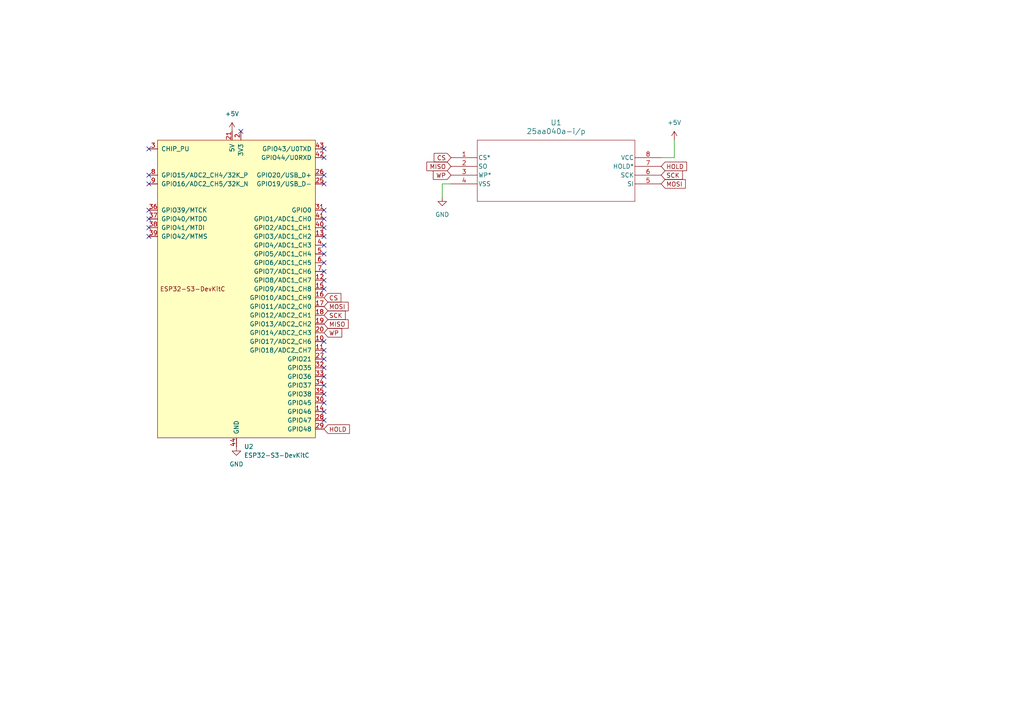
<source format=kicad_sch>
(kicad_sch (version 20231120) (generator "eeschema") (generator_version "8.0")
  (paper "A4")
  (title_block (title "25AA040A Reader") (date "2025-03-10") (rev "V1") (company "BYU-I"))
  (lib_symbols
    (symbol "2025-03-10_18-50-46:25aa040a-i_p" (pin_names (offset 0.254))
      (property "Reference" "U" (at 30.48 10.16 0))
      (property "Value" "25aa040a-i/p" (at 30.48 7.62 0))
      (symbol "25aa040a-i_p_0_1"
        (polyline (pts (xy 7.62 -12.7) (xy 53.34 -12.7)) (stroke (width 0.127)))
        (polyline (pts (xy 7.62 5.08) (xy 7.62 -12.7)) (stroke (width 0.127)))
        (polyline (pts (xy 53.34 -12.7) (xy 53.34 5.08)) (stroke (width 0.127)))
        (polyline (pts (xy 53.34 5.08) (xy 7.62 5.08)) (stroke (width 0.127)))
        (pin input line (at 0 0 0) (length 7.62) (name "CS*") (number "1"))
        (pin output line (at 0 -2.54 0) (length 7.62) (name "SO") (number "2"))
        (pin input line (at 0 -5.08 0) (length 7.62) (name "WP*") (number "3"))
        (pin power_in line (at 0 -7.62 0) (length 7.62) (name "VSS") (number "4"))
        (pin input line (at 60.96 -7.62 180) (length 7.62) (name "SI") (number "5"))
        (pin input line (at 60.96 -5.08 180) (length 7.62) (name "SCK") (number "6"))
        (pin input line (at 60.96 -2.54 180) (length 7.62) (name "HOLD*") (number "7"))
        (pin power_in line (at 60.96 0 180) (length 7.62) (name "VCC") (number "8"))
      )
    )
    (symbol "PCM_Espressif:ESP32-S3-DevKitC" (pin_names (offset 1.016))
      (property "Reference" "U" (at -22.86 48.26 0))
      (property "Value" "ESP32-S3-DevKitC" (at -22.86 45.72 0))
      (symbol "ESP32-S3-DevKitC_0_0"
        (text "ESP32-S3-DevKitC" (at -12.7 0 0) (effects (font (size 1.27 1.27))))
        (pin bidirectional line (at 25.4 -35.56 180) (length 2.54) (name "GPIO46") (number "14"))
        (pin bidirectional line (at 25.4 -10.16 180) (length 2.54) (name "GPIO13/ADC2_CH2") (number "19"))
        (pin bidirectional line (at -25.4 15.24 0) (length 2.54) (name "GPIO42/MTMS") (number "39"))
        (pin bidirectional line (at 25.4 17.78 180) (length 2.54) (name "GPIO2/ADC1_CH1") (number "40"))
        (pin bidirectional line (at 25.4 20.32 180) (length 2.54) (name "GPIO1/ADC1_CH0") (number "41"))
        (pin bidirectional line (at 25.4 38.1 180) (length 2.54) (name "GPIO44/U0RXD") (number "42"))
        (pin bidirectional line (at 25.4 40.64 180) (length 2.54) (name "GPIO43/U0TXD") (number "43"))
        (pin power_in line (at 0 -45.72 90) (length 2.54) (name "GND") (number "44"))
      )
      (symbol "ESP32-S3-DevKitC_0_1"
        (rectangle (start -22.86 43.18) (end 22.86 -43.18) (fill (type background)))
        (pin power_in line (at 1.27 45.72 270) (length 2.54) (name "3V3") (number "2"))
      )
      (symbol "ESP32-S3-DevKitC_1_1"
        (pin passive line (at 1.27 45.72 270) (length 2.54) hide (name "3V3") (number "1"))
        (pin bidirectional line (at 25.4 -15.24 180) (length 2.54) (name "GPIO17/ADC2_CH6") (number "10"))
        (pin bidirectional line (at 25.4 -17.78 180) (length 2.54) (name "GPIO18/ADC2_CH7") (number "11"))
        (pin bidirectional line (at 25.4 2.54 180) (length 2.54) (name "GPIO8/ADC1_CH7") (number "12"))
        (pin bidirectional line (at 25.4 15.24 180) (length 2.54) (name "GPIO3/ADC1_CH2") (number "13"))
        (pin bidirectional line (at 25.4 0 180) (length 2.54) (name "GPIO9/ADC1_CH8") (number "15"))
        (pin bidirectional line (at 25.4 -2.54 180) (length 2.54) (name "GPIO10/ADC1_CH9") (number "16"))
        (pin bidirectional line (at 25.4 -5.08 180) (length 2.54) (name "GPIO11/ADC2_CH0") (number "17"))
        (pin bidirectional line (at 25.4 -7.62 180) (length 2.54) (name "GPIO12/ADC2_CH1") (number "18"))
        (pin bidirectional line (at 25.4 -12.7 180) (length 2.54) (name "GPIO14/ADC2_CH3") (number "20"))
        (pin power_in line (at -1.27 45.72 270) (length 2.54) (name "5V") (number "21"))
        (pin passive line (at 0 -45.72 90) (length 2.54) hide (name "GND") (number "22"))
        (pin passive line (at 0 -45.72 90) (length 2.54) hide (name "GND") (number "23"))
        (pin passive line (at 0 -45.72 90) (length 2.54) hide (name "GND") (number "24"))
        (pin bidirectional line (at 25.4 30.48 180) (length 2.54) (name "GPIO19/USB_D-") (number "25"))
        (pin bidirectional line (at 25.4 33.02 180) (length 2.54) (name "GPIO20/USB_D+") (number "26"))
        (pin bidirectional line (at 25.4 -20.32 180) (length 2.54) (name "GPIO21") (number "27"))
        (pin bidirectional line (at 25.4 -38.1 180) (length 2.54) (name "GPIO47") (number "28"))
        (pin bidirectional line (at 25.4 -40.64 180) (length 2.54) (name "GPIO48") (number "29"))
        (pin input line (at -25.4 40.64 0) (length 2.54) (name "CHIP_PU") (number "3"))
        (pin bidirectional line (at 25.4 -33.02 180) (length 2.54) (name "GPIO45") (number "30"))
        (pin bidirectional line (at 25.4 22.86 180) (length 2.54) (name "GPIO0") (number "31"))
        (pin bidirectional line (at 25.4 -22.86 180) (length 2.54) (name "GPIO35") (number "32"))
        (pin bidirectional line (at 25.4 -25.4 180) (length 2.54) (name "GPIO36") (number "33"))
        (pin bidirectional line (at 25.4 -27.94 180) (length 2.54) (name "GPIO37") (number "34"))
        (pin bidirectional line (at 25.4 -30.48 180) (length 2.54) (name "GPIO38") (number "35"))
        (pin bidirectional line (at -25.4 22.86 0) (length 2.54) (name "GPIO39/MTCK") (number "36"))
        (pin bidirectional line (at -25.4 20.32 0) (length 2.54) (name "GPIO40/MTDO") (number "37"))
        (pin bidirectional line (at -25.4 17.78 0) (length 2.54) (name "GPIO41/MTDI") (number "38"))
        (pin bidirectional line (at 25.4 12.7 180) (length 2.54) (name "GPIO4/ADC1_CH3") (number "4"))
        (pin bidirectional line (at 25.4 10.16 180) (length 2.54) (name "GPIO5/ADC1_CH4") (number "5"))
        (pin bidirectional line (at 25.4 7.62 180) (length 2.54) (name "GPIO6/ADC1_CH5") (number "6"))
        (pin bidirectional line (at 25.4 5.08 180) (length 2.54) (name "GPIO7/ADC1_CH6") (number "7"))
        (pin bidirectional line (at -25.4 33.02 0) (length 2.54) (name "GPIO15/ADC2_CH4/32K_P") (number "8"))
        (pin bidirectional line (at -25.4 30.48 0) (length 2.54) (name "GPIO16/ADC2_CH5/32K_N") (number "9"))
      )
    )
    (symbol "power:+5V" (power) (pin_numbers hide) (pin_names (offset 0) hide)
      (property "Value" "+5V" (at 0 3.556 0))
      (symbol "+5V_0_1"
        (polyline (pts (xy -0.762 1.27) (xy 0 2.54)))
        (polyline (pts (xy 0 0) (xy 0 2.54)))
        (polyline (pts (xy 0 2.54) (xy 0.762 1.27)))
      )
      (symbol "+5V_1_1"
        (pin power_in line (at 0 0 90) (length 0) (name "~") (number "1"))
      )
    )
    (symbol "power:GND" (power) (pin_numbers hide) (pin_names (offset 0) hide)
      (property "Value" "GND" (at 0 -3.81 0))
      (symbol "GND_0_1"
        (polyline (pts (xy 0 0) (xy 0 -1.27) (xy 1.27 -1.27) (xy 0 -2.54) (xy -1.27 -1.27) (xy 0 -1.27)))
      )
      (symbol "GND_1_1"
        (pin power_in line (at 0 0 270) (length 0) (name "~") (number "1"))
      )
    )
  )
  (no_connect (at 93.98 71.12))
  (no_connect (at 93.98 45.72))
  (no_connect (at 93.98 76.2))
  (no_connect (at 93.98 78.74))
  (no_connect (at 43.18 50.8))
  (no_connect (at 43.18 66.04))
  (no_connect (at 93.98 50.8))
  (no_connect (at 93.98 119.38))
  (no_connect (at 93.98 111.76))
  (no_connect (at 93.98 66.04))
  (no_connect (at 93.98 68.58))
  (no_connect (at 93.98 106.68))
  (no_connect (at 93.98 114.3))
  (no_connect (at 43.18 68.58))
  (no_connect (at 93.98 73.66))
  (no_connect (at 93.98 101.6))
  (no_connect (at 93.98 121.92))
  (no_connect (at 43.18 60.96))
  (no_connect (at 93.98 81.28))
  (no_connect (at 93.98 83.82))
  (no_connect (at 93.98 63.5))
  (no_connect (at 43.18 63.5))
  (no_connect (at 93.98 43.18))
  (no_connect (at 93.98 60.96))
  (no_connect (at 93.98 99.06))
  (no_connect (at 43.18 43.18))
  (no_connect (at 69.85 38.1))
  (no_connect (at 93.98 53.34))
  (no_connect (at 93.98 116.84))
  (no_connect (at 43.18 53.34))
  (no_connect (at 93.98 104.14))
  (no_connect (at 93.98 109.22))
  (wire (pts (xy 128.27 53.34) (xy 128.27 57.15)))
  (wire (pts (xy 128.27 53.34) (xy 130.81 53.34)))
  (wire (pts (xy 191.77 45.72) (xy 195.58 45.72)))
  (wire (pts (xy 195.58 45.72) (xy 195.58 40.64)))
  (global_label "MISO" (shape input) (at 93.98 93.98 0) (property "Intersheetrefs" "${INTERSHEET_REFS}" (effects (hide yes))))
  (global_label "CS" (shape input) (at 130.81 45.72 180) (property "Intersheetrefs" "${INTERSHEET_REFS}" (effects (hide yes))))
  (global_label "MOSI" (shape input) (at 93.98 88.9 0) (property "Intersheetrefs" "${INTERSHEET_REFS}" (effects (hide yes))))
  (global_label "MISO" (shape input) (at 130.81 48.26 180) (property "Intersheetrefs" "${INTERSHEET_REFS}" (effects (hide yes))))
  (global_label "WP" (shape input) (at 93.98 96.52 0) (property "Intersheetrefs" "${INTERSHEET_REFS}" (effects (hide yes))))
  (global_label "HOLD" (shape input) (at 191.77 48.26 0) (property "Intersheetrefs" "${INTERSHEET_REFS}" (effects (hide yes))))
  (global_label "SCK" (shape input) (at 93.98 91.44 0) (property "Intersheetrefs" "${INTERSHEET_REFS}" (effects (hide yes))))
  (global_label "HOLD" (shape input) (at 93.98 124.46 0) (property "Intersheetrefs" "${INTERSHEET_REFS}" (effects (hide yes))))
  (global_label "SCK" (shape input) (at 191.77 50.8 0) (property "Intersheetrefs" "${INTERSHEET_REFS}" (effects (hide yes))))
  (global_label "CS" (shape input) (at 93.98 86.36 0) (property "Intersheetrefs" "${INTERSHEET_REFS}" (effects (hide yes))))
  (global_label "WP" (shape input) (at 130.81 50.8 180) (property "Intersheetrefs" "${INTERSHEET_REFS}" (effects (hide yes))))
  (global_label "MOSI" (shape input) (at 191.77 53.34 0) (property "Intersheetrefs" "${INTERSHEET_REFS}" (effects (hide yes))))
  (symbol (lib_id "power:GND") (at 128.27 57.15 0) (unit 1)
    (property "Reference" "#PWR01" (effects (hide yes)))
    (property "Value" "GND" (at 128.27 62.23 0))
    (property "Description" "Power symbol creates a global label with name \"GND\" , ground" (effects (hide yes)))
  )
  (symbol (lib_id "power:+5V") (at 195.58 40.64 0) (unit 1)
    (property "Reference" "#PWR02" (effects (hide yes)))
    (property "Value" "+5V" (at 195.58 35.56 0))
    (property "Description" "Power symbol creates a global label with name \"+5V\"" (effects (hide yes)))
  )
  (symbol (lib_id "PCM_Espressif:ESP32-S3-DevKitC") (at 68.58 83.82 0) (unit 1)
    (property "Reference" "U2" (at 70.7741 129.54 0) (effects (justify left)))
    (property "Value" "ESP32-S3-DevKitC" (at 70.7741 132.08 0) (effects (justify left)))
    (property "Footprint" "PCM_Espressif:ESP32-S3-DevKitC" (effects (hide yes)))
    (property "Description" "ESP32-S3-DevKitC" (effects (hide yes)))
  )
  (symbol (lib_id "2025-03-10_18-50-46:25aa040a-i_p") (at 130.81 45.72 0) (unit 1)
    (property "Reference" "U1" (at 161.29 35.56 0) (effects (font (size 1.524 1.524))))
    (property "Value" "25aa040a-i/p" (at 161.29 38.1 0) (effects (font (size 1.524 1.524))))
    (property "Footprint" "PDIP8_300MC_MCH" (effects (hide yes)))
    (property "Datasheet" "25aa040a-i/p" (effects (hide yes)))
  )
  (symbol (lib_id "power:+5V") (at 67.31 38.1 0) (unit 1)
    (property "Reference" "#PWR03" (effects (hide yes)))
    (property "Value" "+5V" (at 67.31 33.02 0))
    (property "Description" "Power symbol creates a global label with name \"+5V\"" (effects (hide yes)))
  )
  (symbol (lib_id "power:GND") (at 68.58 129.54 0) (unit 1)
    (property "Reference" "#PWR04" (effects (hide yes)))
    (property "Value" "GND" (at 68.58 134.62 0))
    (property "Description" "Power symbol creates a global label with name \"GND\" , ground" (effects (hide yes)))
  )
)
</source>
